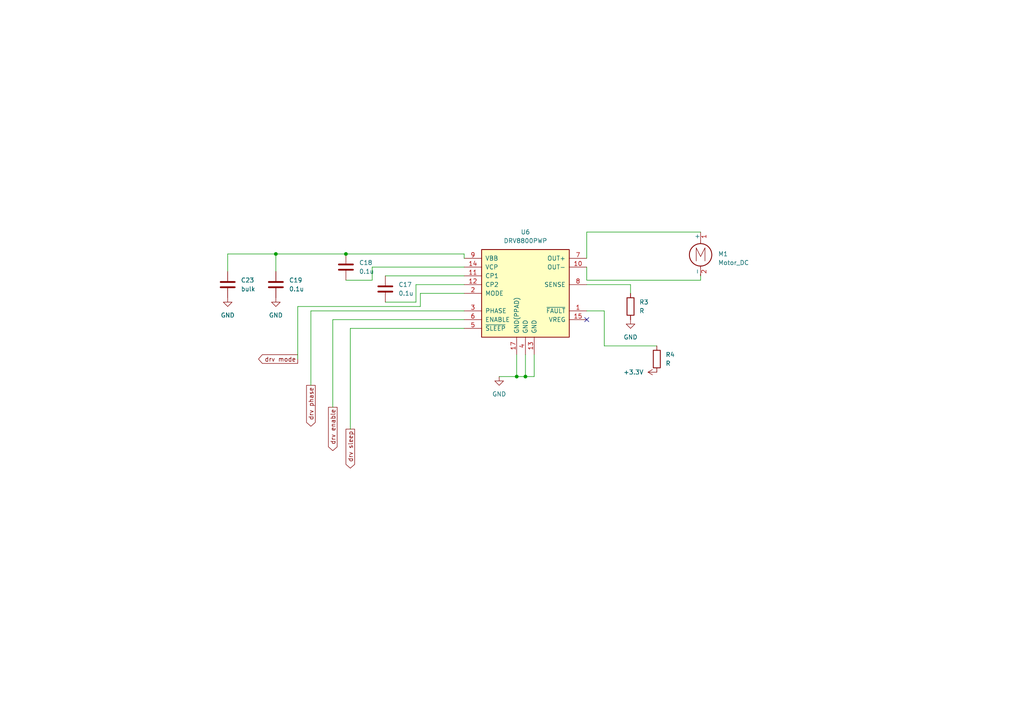
<source format=kicad_sch>
(kicad_sch (version 20230121) (generator eeschema)

  (uuid 4bf72d01-9d43-45ab-ac01-22d20bda9ccc)

  (paper "A4")

  (lib_symbols
    (symbol "Device:C" (pin_numbers hide) (pin_names (offset 0.254)) (in_bom yes) (on_board yes)
      (property "Reference" "C" (at 0.635 2.54 0)
        (effects (font (size 1.27 1.27)) (justify left))
      )
      (property "Value" "C" (at 0.635 -2.54 0)
        (effects (font (size 1.27 1.27)) (justify left))
      )
      (property "Footprint" "" (at 0.9652 -3.81 0)
        (effects (font (size 1.27 1.27)) hide)
      )
      (property "Datasheet" "~" (at 0 0 0)
        (effects (font (size 1.27 1.27)) hide)
      )
      (property "ki_keywords" "cap capacitor" (at 0 0 0)
        (effects (font (size 1.27 1.27)) hide)
      )
      (property "ki_description" "Unpolarized capacitor" (at 0 0 0)
        (effects (font (size 1.27 1.27)) hide)
      )
      (property "ki_fp_filters" "C_*" (at 0 0 0)
        (effects (font (size 1.27 1.27)) hide)
      )
      (symbol "C_0_1"
        (polyline
          (pts
            (xy -2.032 -0.762)
            (xy 2.032 -0.762)
          )
          (stroke (width 0.508) (type default))
          (fill (type none))
        )
        (polyline
          (pts
            (xy -2.032 0.762)
            (xy 2.032 0.762)
          )
          (stroke (width 0.508) (type default))
          (fill (type none))
        )
      )
      (symbol "C_1_1"
        (pin passive line (at 0 3.81 270) (length 2.794)
          (name "~" (effects (font (size 1.27 1.27))))
          (number "1" (effects (font (size 1.27 1.27))))
        )
        (pin passive line (at 0 -3.81 90) (length 2.794)
          (name "~" (effects (font (size 1.27 1.27))))
          (number "2" (effects (font (size 1.27 1.27))))
        )
      )
    )
    (symbol "Device:R" (pin_numbers hide) (pin_names (offset 0)) (in_bom yes) (on_board yes)
      (property "Reference" "R" (at 2.032 0 90)
        (effects (font (size 1.27 1.27)))
      )
      (property "Value" "R" (at 0 0 90)
        (effects (font (size 1.27 1.27)))
      )
      (property "Footprint" "" (at -1.778 0 90)
        (effects (font (size 1.27 1.27)) hide)
      )
      (property "Datasheet" "~" (at 0 0 0)
        (effects (font (size 1.27 1.27)) hide)
      )
      (property "ki_keywords" "R res resistor" (at 0 0 0)
        (effects (font (size 1.27 1.27)) hide)
      )
      (property "ki_description" "Resistor" (at 0 0 0)
        (effects (font (size 1.27 1.27)) hide)
      )
      (property "ki_fp_filters" "R_*" (at 0 0 0)
        (effects (font (size 1.27 1.27)) hide)
      )
      (symbol "R_0_1"
        (rectangle (start -1.016 -2.54) (end 1.016 2.54)
          (stroke (width 0.254) (type default))
          (fill (type none))
        )
      )
      (symbol "R_1_1"
        (pin passive line (at 0 3.81 270) (length 1.27)
          (name "~" (effects (font (size 1.27 1.27))))
          (number "1" (effects (font (size 1.27 1.27))))
        )
        (pin passive line (at 0 -3.81 90) (length 1.27)
          (name "~" (effects (font (size 1.27 1.27))))
          (number "2" (effects (font (size 1.27 1.27))))
        )
      )
    )
    (symbol "Driver_Motor:DRV8800PWP" (pin_names (offset 1.016)) (in_bom yes) (on_board yes)
      (property "Reference" "U" (at -12.7 16.51 0)
        (effects (font (size 1.27 1.27)) (justify left))
      )
      (property "Value" "DRV8800PWP" (at -12.7 13.97 0)
        (effects (font (size 1.27 1.27)) (justify left))
      )
      (property "Footprint" "Package_SO:HTSSOP-16-1EP_4.4x5mm_P0.65mm_EP3.4x5mm_Mask3x3mm_ThermalVias" (at 30.48 13.97 0)
        (effects (font (size 1.27 1.27)) hide)
      )
      (property "Datasheet" "http://www.ti.com/lit/ds/symlink/drv8801.pdf" (at 1.27 22.86 0)
        (effects (font (size 1.27 1.27)) hide)
      )
      (property "ki_keywords" "H-Bridge Motor Driver" (at 0 0 0)
        (effects (font (size 1.27 1.27)) hide)
      )
      (property "ki_description" "H-Bridge Motor Driver, TSSOP-16" (at 0 0 0)
        (effects (font (size 1.27 1.27)) hide)
      )
      (property "ki_fp_filters" "*TSSOP*4.4x5mm*P0.65mm*" (at 0 0 0)
        (effects (font (size 1.27 1.27)) hide)
      )
      (symbol "DRV8800PWP_0_1"
        (rectangle (start -12.7 12.7) (end 12.7 -12.7)
          (stroke (width 0.254) (type default))
          (fill (type background))
        )
      )
      (symbol "DRV8800PWP_1_1"
        (pin open_collector line (at 17.78 -5.08 180) (length 5.08)
          (name "~{FAULT}" (effects (font (size 1.27 1.27))))
          (number "1" (effects (font (size 1.27 1.27))))
        )
        (pin power_out line (at 17.78 7.62 180) (length 5.08)
          (name "OUT-" (effects (font (size 1.27 1.27))))
          (number "10" (effects (font (size 1.27 1.27))))
        )
        (pin power_in line (at -17.78 5.08 0) (length 5.08)
          (name "CP1" (effects (font (size 1.27 1.27))))
          (number "11" (effects (font (size 1.27 1.27))))
        )
        (pin power_in line (at -17.78 2.54 0) (length 5.08)
          (name "CP2" (effects (font (size 1.27 1.27))))
          (number "12" (effects (font (size 1.27 1.27))))
        )
        (pin power_in line (at 2.54 -17.78 90) (length 5.08)
          (name "GND" (effects (font (size 1.27 1.27))))
          (number "13" (effects (font (size 1.27 1.27))))
        )
        (pin power_in line (at -17.78 7.62 0) (length 5.08)
          (name "VCP" (effects (font (size 1.27 1.27))))
          (number "14" (effects (font (size 1.27 1.27))))
        )
        (pin output line (at 17.78 -7.62 180) (length 5.08)
          (name "VREG" (effects (font (size 1.27 1.27))))
          (number "15" (effects (font (size 1.27 1.27))))
        )
        (pin no_connect line (at -12.7 -2.54 0) (length 5.08) hide
          (name "NC" (effects (font (size 1.27 1.27))))
          (number "16" (effects (font (size 1.27 1.27))))
        )
        (pin power_in line (at -2.54 -17.78 90) (length 5.08)
          (name "GND(PPAD)" (effects (font (size 1.27 1.27))))
          (number "17" (effects (font (size 1.27 1.27))))
        )
        (pin input line (at -17.78 0 0) (length 5.08)
          (name "MODE" (effects (font (size 1.27 1.27))))
          (number "2" (effects (font (size 1.27 1.27))))
        )
        (pin input line (at -17.78 -5.08 0) (length 5.08)
          (name "PHASE" (effects (font (size 1.27 1.27))))
          (number "3" (effects (font (size 1.27 1.27))))
        )
        (pin power_in line (at 0 -17.78 90) (length 5.08)
          (name "GND" (effects (font (size 1.27 1.27))))
          (number "4" (effects (font (size 1.27 1.27))))
        )
        (pin input line (at -17.78 -10.16 0) (length 5.08)
          (name "~{SLEEP}" (effects (font (size 1.27 1.27))))
          (number "5" (effects (font (size 1.27 1.27))))
        )
        (pin input line (at -17.78 -7.62 0) (length 5.08)
          (name "ENABLE" (effects (font (size 1.27 1.27))))
          (number "6" (effects (font (size 1.27 1.27))))
        )
        (pin power_out line (at 17.78 10.16 180) (length 5.08)
          (name "OUT+" (effects (font (size 1.27 1.27))))
          (number "7" (effects (font (size 1.27 1.27))))
        )
        (pin power_out line (at 17.78 2.54 180) (length 5.08)
          (name "SENSE" (effects (font (size 1.27 1.27))))
          (number "8" (effects (font (size 1.27 1.27))))
        )
        (pin power_in line (at -17.78 10.16 0) (length 5.08)
          (name "VBB" (effects (font (size 1.27 1.27))))
          (number "9" (effects (font (size 1.27 1.27))))
        )
      )
    )
    (symbol "Motor:Motor_DC" (pin_names (offset 0)) (in_bom yes) (on_board yes)
      (property "Reference" "M" (at 2.54 2.54 0)
        (effects (font (size 1.27 1.27)) (justify left))
      )
      (property "Value" "Motor_DC" (at 2.54 -5.08 0)
        (effects (font (size 1.27 1.27)) (justify left top))
      )
      (property "Footprint" "" (at 0 -2.286 0)
        (effects (font (size 1.27 1.27)) hide)
      )
      (property "Datasheet" "~" (at 0 -2.286 0)
        (effects (font (size 1.27 1.27)) hide)
      )
      (property "ki_keywords" "DC Motor" (at 0 0 0)
        (effects (font (size 1.27 1.27)) hide)
      )
      (property "ki_description" "DC Motor" (at 0 0 0)
        (effects (font (size 1.27 1.27)) hide)
      )
      (property "ki_fp_filters" "PinHeader*P2.54mm* TerminalBlock*" (at 0 0 0)
        (effects (font (size 1.27 1.27)) hide)
      )
      (symbol "Motor_DC_0_0"
        (polyline
          (pts
            (xy -1.27 -3.302)
            (xy -1.27 0.508)
            (xy 0 -2.032)
            (xy 1.27 0.508)
            (xy 1.27 -3.302)
          )
          (stroke (width 0) (type default))
          (fill (type none))
        )
      )
      (symbol "Motor_DC_0_1"
        (circle (center 0 -1.524) (radius 3.2512)
          (stroke (width 0.254) (type default))
          (fill (type none))
        )
        (polyline
          (pts
            (xy 0 -7.62)
            (xy 0 -7.112)
          )
          (stroke (width 0) (type default))
          (fill (type none))
        )
        (polyline
          (pts
            (xy 0 -4.7752)
            (xy 0 -5.1816)
          )
          (stroke (width 0) (type default))
          (fill (type none))
        )
        (polyline
          (pts
            (xy 0 1.7272)
            (xy 0 2.0828)
          )
          (stroke (width 0) (type default))
          (fill (type none))
        )
        (polyline
          (pts
            (xy 0 2.032)
            (xy 0 2.54)
          )
          (stroke (width 0) (type default))
          (fill (type none))
        )
      )
      (symbol "Motor_DC_1_1"
        (pin passive line (at 0 5.08 270) (length 2.54)
          (name "+" (effects (font (size 1.27 1.27))))
          (number "1" (effects (font (size 1.27 1.27))))
        )
        (pin passive line (at 0 -7.62 90) (length 2.54)
          (name "-" (effects (font (size 1.27 1.27))))
          (number "2" (effects (font (size 1.27 1.27))))
        )
      )
    )
    (symbol "power:+3.3V" (power) (pin_names (offset 0)) (in_bom yes) (on_board yes)
      (property "Reference" "#PWR" (at 0 -3.81 0)
        (effects (font (size 1.27 1.27)) hide)
      )
      (property "Value" "+3.3V" (at 0 3.556 0)
        (effects (font (size 1.27 1.27)))
      )
      (property "Footprint" "" (at 0 0 0)
        (effects (font (size 1.27 1.27)) hide)
      )
      (property "Datasheet" "" (at 0 0 0)
        (effects (font (size 1.27 1.27)) hide)
      )
      (property "ki_keywords" "global power" (at 0 0 0)
        (effects (font (size 1.27 1.27)) hide)
      )
      (property "ki_description" "Power symbol creates a global label with name \"+3.3V\"" (at 0 0 0)
        (effects (font (size 1.27 1.27)) hide)
      )
      (symbol "+3.3V_0_1"
        (polyline
          (pts
            (xy -0.762 1.27)
            (xy 0 2.54)
          )
          (stroke (width 0) (type default))
          (fill (type none))
        )
        (polyline
          (pts
            (xy 0 0)
            (xy 0 2.54)
          )
          (stroke (width 0) (type default))
          (fill (type none))
        )
        (polyline
          (pts
            (xy 0 2.54)
            (xy 0.762 1.27)
          )
          (stroke (width 0) (type default))
          (fill (type none))
        )
      )
      (symbol "+3.3V_1_1"
        (pin power_in line (at 0 0 90) (length 0) hide
          (name "+3.3V" (effects (font (size 1.27 1.27))))
          (number "1" (effects (font (size 1.27 1.27))))
        )
      )
    )
    (symbol "power:GND" (power) (pin_names (offset 0)) (in_bom yes) (on_board yes)
      (property "Reference" "#PWR" (at 0 -6.35 0)
        (effects (font (size 1.27 1.27)) hide)
      )
      (property "Value" "GND" (at 0 -3.81 0)
        (effects (font (size 1.27 1.27)))
      )
      (property "Footprint" "" (at 0 0 0)
        (effects (font (size 1.27 1.27)) hide)
      )
      (property "Datasheet" "" (at 0 0 0)
        (effects (font (size 1.27 1.27)) hide)
      )
      (property "ki_keywords" "global power" (at 0 0 0)
        (effects (font (size 1.27 1.27)) hide)
      )
      (property "ki_description" "Power symbol creates a global label with name \"GND\" , ground" (at 0 0 0)
        (effects (font (size 1.27 1.27)) hide)
      )
      (symbol "GND_0_1"
        (polyline
          (pts
            (xy 0 0)
            (xy 0 -1.27)
            (xy 1.27 -1.27)
            (xy 0 -2.54)
            (xy -1.27 -1.27)
            (xy 0 -1.27)
          )
          (stroke (width 0) (type default))
          (fill (type none))
        )
      )
      (symbol "GND_1_1"
        (pin power_in line (at 0 0 270) (length 0) hide
          (name "GND" (effects (font (size 1.27 1.27))))
          (number "1" (effects (font (size 1.27 1.27))))
        )
      )
    )
  )

  (junction (at 152.4 109.22) (diameter 0) (color 0 0 0 0)
    (uuid 43d90fce-145b-4ad9-804e-5228d6a16da5)
  )
  (junction (at 100.33 73.66) (diameter 0) (color 0 0 0 0)
    (uuid 76922d89-0ea8-45b3-9c40-116c1b8b7d25)
  )
  (junction (at 149.86 109.22) (diameter 0) (color 0 0 0 0)
    (uuid 8953e0bb-4cda-4c37-b72f-9badf6c428c4)
  )
  (junction (at 80.01 73.66) (diameter 0) (color 0 0 0 0)
    (uuid be59d4f1-e396-4ee4-88b2-0a42f697e238)
  )

  (no_connect (at 170.18 92.71) (uuid d535963b-2b0c-4a69-a2b9-6500c8341f9d))

  (wire (pts (xy 154.94 102.87) (xy 154.94 109.22))
    (stroke (width 0) (type default))
    (uuid 0484e90e-346c-490c-b5be-f8129ba19b90)
  )
  (wire (pts (xy 134.62 74.93) (xy 134.62 73.66))
    (stroke (width 0) (type default))
    (uuid 0febb2ce-141e-4655-a3a2-07db15b06446)
  )
  (wire (pts (xy 134.62 73.66) (xy 100.33 73.66))
    (stroke (width 0) (type default))
    (uuid 12423404-2d87-4e18-ba93-9b627c084acb)
  )
  (wire (pts (xy 107.95 77.47) (xy 134.62 77.47))
    (stroke (width 0) (type default))
    (uuid 2295f74c-e496-4023-a22c-b1939a5c6eef)
  )
  (wire (pts (xy 152.4 102.87) (xy 152.4 109.22))
    (stroke (width 0) (type default))
    (uuid 34d67c38-73f9-45af-b172-0328acb6af75)
  )
  (wire (pts (xy 175.26 90.17) (xy 175.26 100.33))
    (stroke (width 0) (type default))
    (uuid 3659e4b7-5cca-4932-a1a2-abfe66487d4b)
  )
  (wire (pts (xy 101.6 95.25) (xy 134.62 95.25))
    (stroke (width 0) (type default))
    (uuid 40f4210f-f5ce-495d-9fb8-8da4e89a1b4f)
  )
  (wire (pts (xy 120.65 82.55) (xy 134.62 82.55))
    (stroke (width 0) (type default))
    (uuid 481b4496-2d7b-451f-a73d-1f886db0d54f)
  )
  (wire (pts (xy 170.18 67.31) (xy 203.2 67.31))
    (stroke (width 0) (type default))
    (uuid 4cece6bc-4078-4129-8efa-32883f258f01)
  )
  (wire (pts (xy 149.86 102.87) (xy 149.86 109.22))
    (stroke (width 0) (type default))
    (uuid 4d5bb75d-c518-4d0f-a861-575ba617087a)
  )
  (wire (pts (xy 170.18 90.17) (xy 175.26 90.17))
    (stroke (width 0) (type default))
    (uuid 509cba9e-9cfc-4f9a-a639-33f7999a743e)
  )
  (wire (pts (xy 90.17 90.17) (xy 90.17 111.76))
    (stroke (width 0) (type default))
    (uuid 52d1664a-f473-4143-8ff3-8a34e831c9a4)
  )
  (wire (pts (xy 86.36 88.9) (xy 121.92 88.9))
    (stroke (width 0) (type default))
    (uuid 56c7aaa1-dec3-454d-8729-6d6dd92f28d9)
  )
  (wire (pts (xy 80.01 73.66) (xy 100.33 73.66))
    (stroke (width 0) (type default))
    (uuid 5aac623a-51f6-41ba-a2b8-f046df229bed)
  )
  (wire (pts (xy 111.76 87.63) (xy 120.65 87.63))
    (stroke (width 0) (type default))
    (uuid 5cebda80-fab3-4a2f-a4fd-d2f3ae3a7f98)
  )
  (wire (pts (xy 152.4 109.22) (xy 154.94 109.22))
    (stroke (width 0) (type default))
    (uuid 60cf6b48-30e3-4bfe-87ed-51800761dcc9)
  )
  (wire (pts (xy 66.04 73.66) (xy 80.01 73.66))
    (stroke (width 0) (type default))
    (uuid 6eb75b5b-e38f-4806-9aa6-717bb1bcb3fb)
  )
  (wire (pts (xy 144.78 109.22) (xy 149.86 109.22))
    (stroke (width 0) (type default))
    (uuid 725339a8-9801-4147-b80d-e3b8d774ba37)
  )
  (wire (pts (xy 182.88 82.55) (xy 182.88 85.09))
    (stroke (width 0) (type default))
    (uuid 72ba8a8c-9686-4a0f-93fe-3233aaf3cffa)
  )
  (wire (pts (xy 170.18 74.93) (xy 170.18 67.31))
    (stroke (width 0) (type default))
    (uuid 73b96c4c-d54c-4a46-b26b-e78c9d9dcbd9)
  )
  (wire (pts (xy 101.6 95.25) (xy 101.6 124.46))
    (stroke (width 0) (type default))
    (uuid 74b7c30c-3d4b-45dc-a3d7-aca3ae8acbed)
  )
  (wire (pts (xy 111.76 80.01) (xy 134.62 80.01))
    (stroke (width 0) (type default))
    (uuid 78415a32-17d6-4aae-ae31-e67a4275bedb)
  )
  (wire (pts (xy 90.17 90.17) (xy 134.62 90.17))
    (stroke (width 0) (type default))
    (uuid 7f2df1b4-5087-4f32-ba57-6b2568cb80db)
  )
  (wire (pts (xy 170.18 82.55) (xy 182.88 82.55))
    (stroke (width 0) (type default))
    (uuid 8a574313-dd1e-4b67-9acb-beb491fc50a6)
  )
  (wire (pts (xy 86.36 88.9) (xy 86.36 104.14))
    (stroke (width 0) (type default))
    (uuid 8f8a4071-66ac-4d29-bed7-629c7fc5a4e9)
  )
  (wire (pts (xy 175.26 100.33) (xy 190.5 100.33))
    (stroke (width 0) (type default))
    (uuid 932f2308-9a93-4401-8603-2cf67c2063f2)
  )
  (wire (pts (xy 66.04 73.66) (xy 66.04 78.74))
    (stroke (width 0) (type default))
    (uuid 9938c749-4d27-4afb-b8ed-68b6bc7a6eb2)
  )
  (wire (pts (xy 170.18 81.28) (xy 203.2 81.28))
    (stroke (width 0) (type default))
    (uuid aa2ad3b2-d8c8-4d13-87bb-2e38cf7da41f)
  )
  (wire (pts (xy 100.33 81.28) (xy 107.95 81.28))
    (stroke (width 0) (type default))
    (uuid b5634292-60f4-409f-ad45-10e03d9000d1)
  )
  (wire (pts (xy 134.62 85.09) (xy 121.92 85.09))
    (stroke (width 0) (type default))
    (uuid b686dbc5-b080-4575-b278-f8b18b44b6ce)
  )
  (wire (pts (xy 107.95 77.47) (xy 107.95 81.28))
    (stroke (width 0) (type default))
    (uuid bf7edd35-cad4-40cf-a1bb-c9674454ea72)
  )
  (wire (pts (xy 170.18 77.47) (xy 170.18 81.28))
    (stroke (width 0) (type default))
    (uuid ca0f661c-5ad7-4ed9-9612-99559e14a94f)
  )
  (wire (pts (xy 203.2 80.01) (xy 203.2 81.28))
    (stroke (width 0) (type default))
    (uuid d9271876-0ef3-4272-82f4-9377c802e901)
  )
  (wire (pts (xy 80.01 73.66) (xy 80.01 78.74))
    (stroke (width 0) (type default))
    (uuid e230f5f9-9878-4d68-bc01-b80e810e5220)
  )
  (wire (pts (xy 149.86 109.22) (xy 152.4 109.22))
    (stroke (width 0) (type default))
    (uuid e57ae03a-96ea-4fea-b5da-6ea76bbe440b)
  )
  (wire (pts (xy 120.65 87.63) (xy 120.65 82.55))
    (stroke (width 0) (type default))
    (uuid eee5d4ae-bd05-4174-834c-910ee4c876cf)
  )
  (wire (pts (xy 96.52 92.71) (xy 96.52 118.11))
    (stroke (width 0) (type default))
    (uuid fd00b43c-d449-4918-b6ff-88f3eca4f00f)
  )
  (wire (pts (xy 96.52 92.71) (xy 134.62 92.71))
    (stroke (width 0) (type default))
    (uuid fea92a87-6224-4aee-a516-b11ad4756480)
  )
  (wire (pts (xy 121.92 85.09) (xy 121.92 88.9))
    (stroke (width 0) (type default))
    (uuid ffc60a7b-c2b3-43f5-8f13-6f6269035175)
  )

  (global_label "drv enable" (shape output) (at 96.52 118.11 270) (fields_autoplaced)
    (effects (font (size 1.27 1.27)) (justify right))
    (uuid 39a3bbf4-5657-430b-b8b9-7049e0d0193f)
    (property "Intersheetrefs" "${INTERSHEET_REFS}" (at 96.52 131.255 90)
      (effects (font (size 1.27 1.27)) (justify right) hide)
    )
  )
  (global_label "drv sleep" (shape output) (at 101.6 124.46 270) (fields_autoplaced)
    (effects (font (size 1.27 1.27)) (justify right))
    (uuid 4265cfc7-e78b-4b5c-83f8-e15f3ae90dfa)
    (property "Intersheetrefs" "${INTERSHEET_REFS}" (at 101.6 136.3351 90)
      (effects (font (size 1.27 1.27)) (justify right) hide)
    )
  )
  (global_label "drv phase" (shape output) (at 90.17 111.76 270) (fields_autoplaced)
    (effects (font (size 1.27 1.27)) (justify right))
    (uuid 843272c9-567e-4478-a7cd-b489780b4131)
    (property "Intersheetrefs" "${INTERSHEET_REFS}" (at 90.17 124.1793 90)
      (effects (font (size 1.27 1.27)) (justify right) hide)
    )
  )
  (global_label "drv mode" (shape output) (at 86.36 104.14 180) (fields_autoplaced)
    (effects (font (size 1.27 1.27)) (justify right))
    (uuid f8b66284-27c5-4881-af83-756d12b4a98c)
    (property "Intersheetrefs" "${INTERSHEET_REFS}" (at 74.4245 104.14 0)
      (effects (font (size 1.27 1.27)) (justify right) hide)
    )
  )

  (symbol (lib_id "Motor:Motor_DC") (at 203.2 72.39 0) (unit 1)
    (in_bom yes) (on_board yes) (dnp no) (fields_autoplaced)
    (uuid 128e924f-cd4b-4b66-8d94-e43fc51b2e19)
    (property "Reference" "M1" (at 208.28 73.66 0)
      (effects (font (size 1.27 1.27)) (justify left))
    )
    (property "Value" "Motor_DC" (at 208.28 76.2 0)
      (effects (font (size 1.27 1.27)) (justify left))
    )
    (property "Footprint" "" (at 203.2 74.676 0)
      (effects (font (size 1.27 1.27)) hide)
    )
    (property "Datasheet" "~" (at 203.2 74.676 0)
      (effects (font (size 1.27 1.27)) hide)
    )
    (pin "2" (uuid 4294898b-5b21-4df9-ba7f-62817ff01189))
    (pin "1" (uuid e9885314-405a-4c80-89b8-5c5e29cd3008))
    (instances
      (project "circuit-design-project"
        (path "/5edc11a2-8836-4620-96d3-084a4c3d792c/7cc093cf-7d35-47c1-a2c0-c4a7dfa19d71"
          (reference "M1") (unit 1)
        )
      )
    )
  )

  (symbol (lib_id "Driver_Motor:DRV8800PWP") (at 152.4 85.09 0) (unit 1)
    (in_bom yes) (on_board yes) (dnp no) (fields_autoplaced)
    (uuid 182a9219-80de-4b9d-9645-0c5009d0c6d0)
    (property "Reference" "U6" (at 152.4 67.31 0)
      (effects (font (size 1.27 1.27)))
    )
    (property "Value" "DRV8800PWP" (at 152.4 69.85 0)
      (effects (font (size 1.27 1.27)))
    )
    (property "Footprint" "Package_SO:HTSSOP-16-1EP_4.4x5mm_P0.65mm_EP3.4x5mm_Mask3x3mm_ThermalVias" (at 182.88 71.12 0)
      (effects (font (size 1.27 1.27)) hide)
    )
    (property "Datasheet" "http://www.ti.com/lit/ds/symlink/drv8801.pdf" (at 153.67 62.23 0)
      (effects (font (size 1.27 1.27)) hide)
    )
    (pin "8" (uuid 9f5f1278-11e3-4bb3-897a-b86964be09e8))
    (pin "9" (uuid cad63d05-a42d-4b7d-991f-efbde5067968))
    (pin "11" (uuid dd42ca64-2d12-4475-94b4-ba05e2810adb))
    (pin "10" (uuid 0ac5ff0b-08c6-4b85-885d-5af01eb20e1e))
    (pin "12" (uuid 0b21ad9e-0b96-4870-b4ce-d5e771756f01))
    (pin "2" (uuid 13f799ce-4ceb-4115-a3e5-6d766a2f1be7))
    (pin "17" (uuid 2249dc89-aa2d-47b8-ad32-00a750b684a2))
    (pin "15" (uuid f7350599-222c-4f26-adaf-8229217b7f89))
    (pin "14" (uuid 9b3c2f86-1230-4a4b-bcac-ce2aa9539424))
    (pin "5" (uuid 352a3e36-9ccb-43fc-9913-e65ca3601f29))
    (pin "3" (uuid 2545beb2-1bad-4a35-a7b0-a1cd32264a26))
    (pin "1" (uuid 9c720617-1544-4697-b955-f0e3c0fadce6))
    (pin "13" (uuid 75ff1034-0341-4209-9ee1-2a930dd526d5))
    (pin "7" (uuid bc37f320-048d-412c-8cbb-c888d30621fc))
    (pin "16" (uuid d74e3dfc-cabb-4f65-b72b-c8643cb13d7e))
    (pin "4" (uuid 72f16af5-13b8-48d4-a1e4-8b03f149afa7))
    (pin "6" (uuid bbe192e3-7bd6-43f0-8b93-d61f5cb9e2b0))
    (instances
      (project "circuit-design-project"
        (path "/5edc11a2-8836-4620-96d3-084a4c3d792c"
          (reference "U6") (unit 1)
        )
        (path "/5edc11a2-8836-4620-96d3-084a4c3d792c/7cc093cf-7d35-47c1-a2c0-c4a7dfa19d71"
          (reference "U11") (unit 1)
        )
      )
    )
  )

  (symbol (lib_id "power:+3.3V") (at 190.5 107.95 90) (unit 1)
    (in_bom yes) (on_board yes) (dnp no) (fields_autoplaced)
    (uuid 24a3d891-d471-401d-a9a1-506aabbb6691)
    (property "Reference" "#PWR057" (at 194.31 107.95 0)
      (effects (font (size 1.27 1.27)) hide)
    )
    (property "Value" "+3.3V" (at 186.69 107.95 90)
      (effects (font (size 1.27 1.27)) (justify left))
    )
    (property "Footprint" "" (at 190.5 107.95 0)
      (effects (font (size 1.27 1.27)) hide)
    )
    (property "Datasheet" "" (at 190.5 107.95 0)
      (effects (font (size 1.27 1.27)) hide)
    )
    (pin "1" (uuid e403d9b1-1b48-41dc-ab3b-b4eb0cdfac3f))
    (instances
      (project "circuit-design-project"
        (path "/5edc11a2-8836-4620-96d3-084a4c3d792c/b7d01e90-2a10-446a-806b-ec4e10b7deac"
          (reference "#PWR057") (unit 1)
        )
        (path "/5edc11a2-8836-4620-96d3-084a4c3d792c/7cc093cf-7d35-47c1-a2c0-c4a7dfa19d71"
          (reference "#PWR060") (unit 1)
        )
      )
    )
  )

  (symbol (lib_id "power:GND") (at 66.04 86.36 0) (unit 1)
    (in_bom yes) (on_board yes) (dnp no) (fields_autoplaced)
    (uuid 59fc3528-8271-4cf5-9bdd-a12c1433d024)
    (property "Reference" "#PWR030" (at 66.04 92.71 0)
      (effects (font (size 1.27 1.27)) hide)
    )
    (property "Value" "GND" (at 66.04 91.44 0)
      (effects (font (size 1.27 1.27)))
    )
    (property "Footprint" "" (at 66.04 86.36 0)
      (effects (font (size 1.27 1.27)) hide)
    )
    (property "Datasheet" "" (at 66.04 86.36 0)
      (effects (font (size 1.27 1.27)) hide)
    )
    (pin "1" (uuid 59a1b3bd-110e-42c9-8bca-7d2d5388760d))
    (instances
      (project "circuit-design-project"
        (path "/5edc11a2-8836-4620-96d3-084a4c3d792c/7cc093cf-7d35-47c1-a2c0-c4a7dfa19d71"
          (reference "#PWR030") (unit 1)
        )
      )
    )
  )

  (symbol (lib_id "power:GND") (at 144.78 109.22 0) (unit 1)
    (in_bom yes) (on_board yes) (dnp no) (fields_autoplaced)
    (uuid 5dc024ac-d335-45ba-8a4a-326b72ed839f)
    (property "Reference" "#PWR027" (at 144.78 115.57 0)
      (effects (font (size 1.27 1.27)) hide)
    )
    (property "Value" "GND" (at 144.78 114.3 0)
      (effects (font (size 1.27 1.27)))
    )
    (property "Footprint" "" (at 144.78 109.22 0)
      (effects (font (size 1.27 1.27)) hide)
    )
    (property "Datasheet" "" (at 144.78 109.22 0)
      (effects (font (size 1.27 1.27)) hide)
    )
    (pin "1" (uuid 195d3562-a65b-4147-9ef5-89cf14ab3cfb))
    (instances
      (project "circuit-design-project"
        (path "/5edc11a2-8836-4620-96d3-084a4c3d792c/7cc093cf-7d35-47c1-a2c0-c4a7dfa19d71"
          (reference "#PWR027") (unit 1)
        )
      )
    )
  )

  (symbol (lib_id "Device:C") (at 111.76 83.82 0) (unit 1)
    (in_bom yes) (on_board yes) (dnp no) (fields_autoplaced)
    (uuid 7cb5850c-3b7d-46dc-ae30-724b542c34b8)
    (property "Reference" "C17" (at 115.57 82.55 0)
      (effects (font (size 1.27 1.27)) (justify left))
    )
    (property "Value" "0.1u" (at 115.57 85.09 0)
      (effects (font (size 1.27 1.27)) (justify left))
    )
    (property "Footprint" "" (at 112.7252 87.63 0)
      (effects (font (size 1.27 1.27)) hide)
    )
    (property "Datasheet" "~" (at 111.76 83.82 0)
      (effects (font (size 1.27 1.27)) hide)
    )
    (pin "2" (uuid 59590775-c646-40a3-983a-610f69855eae))
    (pin "1" (uuid af579df2-4781-4fee-8ffd-6a0a2658d4dd))
    (instances
      (project "circuit-design-project"
        (path "/5edc11a2-8836-4620-96d3-084a4c3d792c/7cc093cf-7d35-47c1-a2c0-c4a7dfa19d71"
          (reference "C17") (unit 1)
        )
      )
    )
  )

  (symbol (lib_id "Device:C") (at 100.33 77.47 0) (unit 1)
    (in_bom yes) (on_board yes) (dnp no) (fields_autoplaced)
    (uuid a791a1fb-f74d-41d4-b6c2-542170972d34)
    (property "Reference" "C18" (at 104.14 76.2 0)
      (effects (font (size 1.27 1.27)) (justify left))
    )
    (property "Value" "0.1u" (at 104.14 78.74 0)
      (effects (font (size 1.27 1.27)) (justify left))
    )
    (property "Footprint" "" (at 101.2952 81.28 0)
      (effects (font (size 1.27 1.27)) hide)
    )
    (property "Datasheet" "~" (at 100.33 77.47 0)
      (effects (font (size 1.27 1.27)) hide)
    )
    (pin "2" (uuid b6214b3e-4c18-445e-9d2c-b1ef76707330))
    (pin "1" (uuid 4ee3e45a-536a-4903-b4ed-4b0a96786206))
    (instances
      (project "circuit-design-project"
        (path "/5edc11a2-8836-4620-96d3-084a4c3d792c/7cc093cf-7d35-47c1-a2c0-c4a7dfa19d71"
          (reference "C18") (unit 1)
        )
      )
    )
  )

  (symbol (lib_id "Device:R") (at 182.88 88.9 0) (unit 1)
    (in_bom yes) (on_board yes) (dnp no) (fields_autoplaced)
    (uuid afb1a536-3d86-4563-a723-f7fa430f3f92)
    (property "Reference" "R3" (at 185.42 87.63 0)
      (effects (font (size 1.27 1.27)) (justify left))
    )
    (property "Value" "R" (at 185.42 90.17 0)
      (effects (font (size 1.27 1.27)) (justify left))
    )
    (property "Footprint" "" (at 181.102 88.9 90)
      (effects (font (size 1.27 1.27)) hide)
    )
    (property "Datasheet" "~" (at 182.88 88.9 0)
      (effects (font (size 1.27 1.27)) hide)
    )
    (pin "2" (uuid 9d728495-b222-4d11-b9c5-64e469940d72))
    (pin "1" (uuid becee5ef-f46c-4a28-bf65-71e131decdb0))
    (instances
      (project "circuit-design-project"
        (path "/5edc11a2-8836-4620-96d3-084a4c3d792c/7cc093cf-7d35-47c1-a2c0-c4a7dfa19d71"
          (reference "R3") (unit 1)
        )
      )
    )
  )

  (symbol (lib_id "power:GND") (at 182.88 92.71 0) (unit 1)
    (in_bom yes) (on_board yes) (dnp no) (fields_autoplaced)
    (uuid c9ff333d-f003-4b16-8fde-f1fc3560bfd4)
    (property "Reference" "#PWR028" (at 182.88 99.06 0)
      (effects (font (size 1.27 1.27)) hide)
    )
    (property "Value" "GND" (at 182.88 97.79 0)
      (effects (font (size 1.27 1.27)))
    )
    (property "Footprint" "" (at 182.88 92.71 0)
      (effects (font (size 1.27 1.27)) hide)
    )
    (property "Datasheet" "" (at 182.88 92.71 0)
      (effects (font (size 1.27 1.27)) hide)
    )
    (pin "1" (uuid 5304a6da-6e2b-478d-8a4b-ebe87d993931))
    (instances
      (project "circuit-design-project"
        (path "/5edc11a2-8836-4620-96d3-084a4c3d792c/7cc093cf-7d35-47c1-a2c0-c4a7dfa19d71"
          (reference "#PWR028") (unit 1)
        )
      )
    )
  )

  (symbol (lib_id "Device:R") (at 190.5 104.14 0) (unit 1)
    (in_bom yes) (on_board yes) (dnp no) (fields_autoplaced)
    (uuid cb2c1525-7bf8-4dbd-b2fd-4a0b6d00a979)
    (property "Reference" "R4" (at 193.04 102.87 0)
      (effects (font (size 1.27 1.27)) (justify left))
    )
    (property "Value" "R" (at 193.04 105.41 0)
      (effects (font (size 1.27 1.27)) (justify left))
    )
    (property "Footprint" "" (at 188.722 104.14 90)
      (effects (font (size 1.27 1.27)) hide)
    )
    (property "Datasheet" "~" (at 190.5 104.14 0)
      (effects (font (size 1.27 1.27)) hide)
    )
    (pin "2" (uuid d9dfb6b1-c0d0-4b97-8585-024451404b3d))
    (pin "1" (uuid 0118950c-9f00-4efe-8d4a-d686b6ed3282))
    (instances
      (project "circuit-design-project"
        (path "/5edc11a2-8836-4620-96d3-084a4c3d792c/7cc093cf-7d35-47c1-a2c0-c4a7dfa19d71"
          (reference "R4") (unit 1)
        )
      )
    )
  )

  (symbol (lib_id "Device:C") (at 66.04 82.55 0) (unit 1)
    (in_bom yes) (on_board yes) (dnp no) (fields_autoplaced)
    (uuid da30ee36-9c04-4889-97e1-b7efd3764070)
    (property "Reference" "C23" (at 69.85 81.28 0)
      (effects (font (size 1.27 1.27)) (justify left))
    )
    (property "Value" "bulk" (at 69.85 83.82 0)
      (effects (font (size 1.27 1.27)) (justify left))
    )
    (property "Footprint" "" (at 67.0052 86.36 0)
      (effects (font (size 1.27 1.27)) hide)
    )
    (property "Datasheet" "~" (at 66.04 82.55 0)
      (effects (font (size 1.27 1.27)) hide)
    )
    (pin "1" (uuid b1e648f0-4022-427c-b397-89b0c2665f18))
    (pin "2" (uuid 89ba1ba5-8bc7-411e-982b-7794207ff43e))
    (instances
      (project "circuit-design-project"
        (path "/5edc11a2-8836-4620-96d3-084a4c3d792c/7cc093cf-7d35-47c1-a2c0-c4a7dfa19d71"
          (reference "C23") (unit 1)
        )
      )
    )
  )

  (symbol (lib_id "Device:C") (at 80.01 82.55 0) (unit 1)
    (in_bom yes) (on_board yes) (dnp no) (fields_autoplaced)
    (uuid e7a6b705-e2e3-48b7-98e4-7439342a5a41)
    (property "Reference" "C19" (at 83.82 81.28 0)
      (effects (font (size 1.27 1.27)) (justify left))
    )
    (property "Value" "0.1u" (at 83.82 83.82 0)
      (effects (font (size 1.27 1.27)) (justify left))
    )
    (property "Footprint" "" (at 80.9752 86.36 0)
      (effects (font (size 1.27 1.27)) hide)
    )
    (property "Datasheet" "~" (at 80.01 82.55 0)
      (effects (font (size 1.27 1.27)) hide)
    )
    (pin "1" (uuid 532cdbdc-a4d7-47e3-8704-712ae95418fa))
    (pin "2" (uuid c7345816-5493-4f46-ae90-51247cfed8d9))
    (instances
      (project "circuit-design-project"
        (path "/5edc11a2-8836-4620-96d3-084a4c3d792c/7cc093cf-7d35-47c1-a2c0-c4a7dfa19d71"
          (reference "C19") (unit 1)
        )
      )
    )
  )

  (symbol (lib_id "power:GND") (at 80.01 86.36 0) (unit 1)
    (in_bom yes) (on_board yes) (dnp no) (fields_autoplaced)
    (uuid f3f6fbda-5021-49ed-8331-de7cee2e2ba0)
    (property "Reference" "#PWR029" (at 80.01 92.71 0)
      (effects (font (size 1.27 1.27)) hide)
    )
    (property "Value" "GND" (at 80.01 91.44 0)
      (effects (font (size 1.27 1.27)))
    )
    (property "Footprint" "" (at 80.01 86.36 0)
      (effects (font (size 1.27 1.27)) hide)
    )
    (property "Datasheet" "" (at 80.01 86.36 0)
      (effects (font (size 1.27 1.27)) hide)
    )
    (pin "1" (uuid 48722194-108b-43ee-a25b-e1759aa5b34a))
    (instances
      (project "circuit-design-project"
        (path "/5edc11a2-8836-4620-96d3-084a4c3d792c/7cc093cf-7d35-47c1-a2c0-c4a7dfa19d71"
          (reference "#PWR029") (unit 1)
        )
      )
    )
  )
)

</source>
